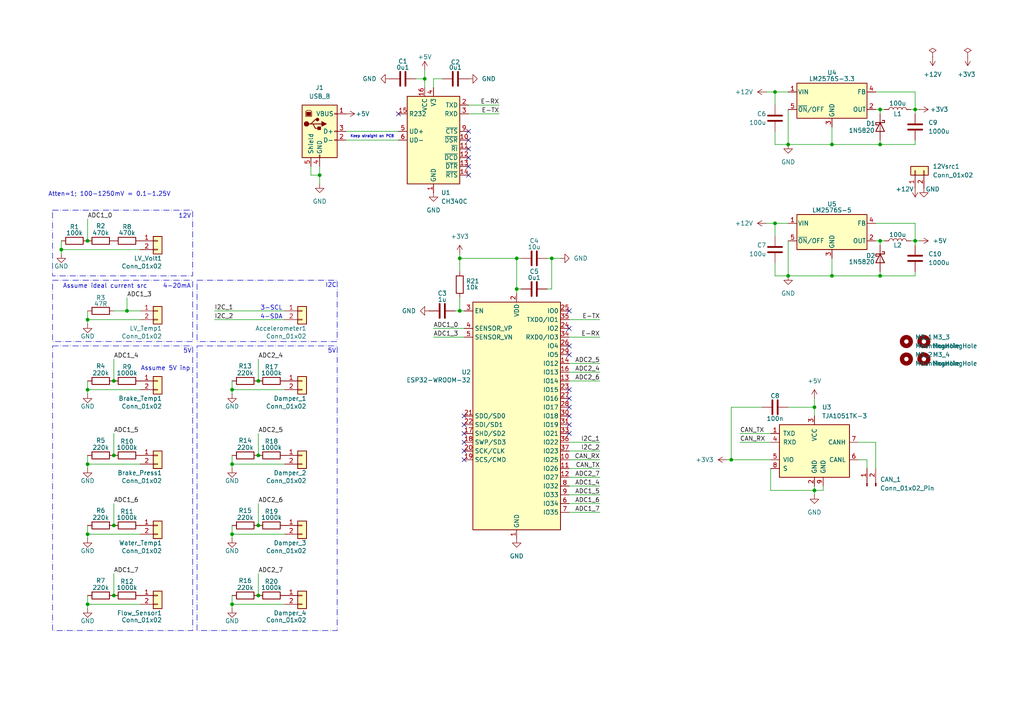
<source format=kicad_sch>
(kicad_sch (version 20231120) (generator "eeschema") (generator_version "8.0")
  (paper "A4")
  (title_block (title "FS-SensorBoard") (date "2025-02-15") (rev "1.0"))
  (lib_symbols
    (symbol "Connector:Conn_01x02_Pin" (pin_names (offset 1.016) hide)
      (property "Reference" "J" (at 0 2.54 0))
      (property "Value" "Conn_01x02_Pin" (at 0 -5.08 0))
      (symbol "Conn_01x02_Pin_1_1"
        (pin passive line (at 5.08 0 180) (length 3.81) (name "Pin_1") (number "1"))
        (pin passive line (at 5.08 -2.54 180) (length 3.81) (name "Pin_2") (number "2"))
      )
    )
    (symbol "Connector:USB_B" (pin_names (offset 1.016))
      (property "Reference" "J" (at -5.08 11.43 0))
      (property "Value" "USB_B" (at -5.08 8.89 0))
      (symbol "USB_B_1_1"
        (pin power_out line (at 7.62 5.08 180) (length 2.54) (name "VBUS") (number "1"))
        (pin bidirectional line (at 7.62 -2.54 180) (length 2.54) (name "D-") (number "2"))
        (pin bidirectional line (at 7.62 0 180) (length 2.54) (name "D+") (number "3"))
        (pin power_out line (at 0 -10.16 90) (length 2.54) (name "GND") (number "4"))
        (pin passive line (at -2.54 -10.16 90) (length 2.54) (name "Shield") (number "5"))
      )
    )
    (symbol "Connector_Generic:Conn_01x02" (pin_names (offset 1.016) hide)
      (property "Reference" "J" (at 0 2.54 0))
      (property "Value" "Conn_01x02" (at 0 -5.08 0))
      (symbol "Conn_01x02_1_1"
        (pin passive line (at -5.08 0 0) (length 3.81) (name "Pin_1") (number "1"))
        (pin passive line (at -5.08 -2.54 0) (length 3.81) (name "Pin_2") (number "2"))
      )
    )
    (symbol "Device:C" (pin_numbers hide) (pin_names (offset 0.254))
      (property "Reference" "C" (at 0.635 2.54 0))
      (property "Value" "C" (at 0.635 -2.54 0))
      (symbol "C_1_1"
        (pin passive line (at 0 3.81 270) (length 2.794) (name "~") (number "1"))
        (pin passive line (at 0 -3.81 90) (length 2.794) (name "~") (number "2"))
      )
    )
    (symbol "Device:L" (pin_numbers hide) (pin_names (offset 1.016) hide)
      (property "Reference" "L" (at -1.27 0 90))
      (property "Value" "L" (at 1.905 0 90))
      (symbol "L_1_1"
        (pin passive line (at 0 3.81 270) (length 1.27) (name "1") (number "1"))
        (pin passive line (at 0 -3.81 90) (length 1.27) (name "2") (number "2"))
      )
    )
    (symbol "Device:R" (pin_numbers hide) (pin_names (offset 0))
      (property "Reference" "R" (at 2.032 0 90))
      (property "Value" "R" (at 0 0 90))
      (symbol "R_1_1"
        (pin passive line (at 0 3.81 270) (length 1.27) (name "~") (number "1"))
        (pin passive line (at 0 -3.81 90) (length 1.27) (name "~") (number "2"))
      )
    )
    (symbol "Diode:1N5820" (pin_numbers hide) (pin_names (offset 1.016) hide)
      (property "Reference" "D" (at 0 2.54 0))
      (property "Value" "1N5820" (at 0 -2.54 0))
      (symbol "1N5820_1_1"
        (pin passive line (at -3.81 0 0) (length 2.54) (name "K") (number "1"))
        (pin passive line (at 3.81 0 180) (length 2.54) (name "A") (number "2"))
      )
    )
    (symbol "Interface_CAN_LIN:TJA1051TK-3" (pin_names (offset 1.016))
      (property "Reference" "U" (at -10.16 8.89 0))
      (property "Value" "TJA1051TK-3" (at 1.27 8.89 0))
      (symbol "TJA1051TK-3_1_1"
        (pin input line (at -12.7 5.08 0) (length 2.54) (name "TXD") (number "1"))
        (pin power_in line (at 0 -10.16 90) (length 2.54) (name "GND") (number "2"))
        (pin power_in line (at 0 10.16 270) (length 2.54) (name "VCC") (number "3"))
        (pin output line (at -12.7 2.54 0) (length 2.54) (name "RXD") (number "4"))
        (pin power_in line (at -12.7 -2.54 0) (length 2.54) (name "VIO") (number "5"))
        (pin bidirectional line (at 12.7 -2.54 180) (length 2.54) (name "CANL") (number "6"))
        (pin bidirectional line (at 12.7 2.54 180) (length 2.54) (name "CANH") (number "7"))
        (pin input line (at -12.7 -5.08 0) (length 2.54) (name "S") (number "8"))
        (pin power_in line (at 2.54 -10.16 90) (length 2.54) (name "GND") (number "9"))
      )
    )
    (symbol "Interface_USB:CH340C"
      (property "Reference" "U" (at -5.08 13.97 0))
      (property "Value" "CH340C" (at 1.27 13.97 0))
      (symbol "CH340C_1_1"
        (pin power_in line (at 0 -15.24 90) (length 2.54) (name "GND") (number "1"))
        (pin input line (at 10.16 0 180) (length 2.54) (name "~{DSR}") (number "10"))
        (pin input line (at 10.16 -2.54 180) (length 2.54) (name "~{RI}") (number "11"))
        (pin input line (at 10.16 -5.08 180) (length 2.54) (name "~{DCD}") (number "12"))
        (pin output line (at 10.16 -7.62 180) (length 2.54) (name "~{DTR}") (number "13"))
        (pin output line (at 10.16 -10.16 180) (length 2.54) (name "~{RTS}") (number "14"))
        (pin input line (at -10.16 7.62 0) (length 2.54) (name "R232") (number "15"))
        (pin power_in line (at -2.54 15.24 270) (length 2.54) (name "VCC") (number "16"))
        (pin output line (at 10.16 10.16 180) (length 2.54) (name "TXD") (number "2"))
        (pin input line (at 10.16 7.62 180) (length 2.54) (name "RXD") (number "3"))
        (pin power_out line (at 0 15.24 270) (length 2.54) (name "V3") (number "4"))
        (pin bidirectional line (at -10.16 2.54 0) (length 2.54) (name "UD+") (number "5"))
        (pin bidirectional line (at -10.16 0 0) (length 2.54) (name "UD-") (number "6"))
        (pin no_connect line (at -7.62 -5.08 0) (length 2.54) hide (name "NC") (number "7"))
        (pin no_connect line (at -7.62 -7.62 0) (length 2.54) hide (name "NC") (number "8"))
        (pin input line (at 10.16 2.54 180) (length 2.54) (name "~{CTS}") (number "9"))
      )
    )
    (symbol "Mechanical:MountingHole" (pin_names (offset 1.016)) (exclude_from_sim yes) (in_bom no)
      (property "Reference" "H" (at 0 5.08 0))
      (property "Value" "MountingHole" (at 0 3.175 0))
    )
    (symbol "RF_Module:ESP32-WROOM-32"
      (property "Reference" "U" (at -12.7 34.29 0))
      (property "Value" "ESP32-WROOM-32" (at 1.27 34.29 0))
      (symbol "ESP32-WROOM-32_1_1"
        (pin power_in line (at 0 -35.56 90) (length 2.54) (name "GND") (number "1"))
        (pin bidirectional line (at 15.24 -12.7 180) (length 2.54) (name "IO25") (number "10"))
        (pin bidirectional line (at 15.24 -15.24 180) (length 2.54) (name "IO26") (number "11"))
        (pin bidirectional line (at 15.24 -17.78 180) (length 2.54) (name "IO27") (number "12"))
        (pin bidirectional line (at 15.24 10.16 180) (length 2.54) (name "IO14") (number "13"))
        (pin bidirectional line (at 15.24 15.24 180) (length 2.54) (name "IO12") (number "14"))
        (pin passive line (at 0 -35.56 90) (length 2.54) hide (name "GND") (number "15"))
        (pin bidirectional line (at 15.24 12.7 180) (length 2.54) (name "IO13") (number "16"))
        (pin bidirectional line (at -15.24 -5.08 0) (length 2.54) (name "SHD/SD2") (number "17"))
        (pin bidirectional line (at -15.24 -7.62 0) (length 2.54) (name "SWP/SD3") (number "18"))
        (pin bidirectional line (at -15.24 -12.7 0) (length 2.54) (name "SCS/CMD") (number "19"))
        (pin power_in line (at 0 35.56 270) (length 2.54) (name "VDD") (number "2"))
        (pin bidirectional line (at -15.24 -10.16 0) (length 2.54) (name "SCK/CLK") (number "20"))
        (pin bidirectional line (at -15.24 0 0) (length 2.54) (name "SDO/SD0") (number "21"))
        (pin bidirectional line (at -15.24 -2.54 0) (length 2.54) (name "SDI/SD1") (number "22"))
        (pin bidirectional line (at 15.24 7.62 180) (length 2.54) (name "IO15") (number "23"))
        (pin bidirectional line (at 15.24 25.4 180) (length 2.54) (name "IO2") (number "24"))
        (pin bidirectional line (at 15.24 30.48 180) (length 2.54) (name "IO0") (number "25"))
        (pin bidirectional line (at 15.24 20.32 180) (length 2.54) (name "IO4") (number "26"))
        (pin bidirectional line (at 15.24 5.08 180) (length 2.54) (name "IO16") (number "27"))
        (pin bidirectional line (at 15.24 2.54 180) (length 2.54) (name "IO17") (number "28"))
        (pin bidirectional line (at 15.24 17.78 180) (length 2.54) (name "IO5") (number "29"))
        (pin input line (at -15.24 30.48 0) (length 2.54) (name "EN") (number "3"))
        (pin bidirectional line (at 15.24 0 180) (length 2.54) (name "IO18") (number "30"))
        (pin bidirectional line (at 15.24 -2.54 180) (length 2.54) (name "IO19") (number "31"))
        (pin no_connect line (at -12.7 -27.94 0) (length 2.54) hide (name "NC") (number "32"))
        (pin bidirectional line (at 15.24 -5.08 180) (length 2.54) (name "IO21") (number "33"))
        (pin bidirectional line (at 15.24 22.86 180) (length 2.54) (name "RXD0/IO3") (number "34"))
        (pin bidirectional line (at 15.24 27.94 180) (length 2.54) (name "TXD0/IO1") (number "35"))
        (pin bidirectional line (at 15.24 -7.62 180) (length 2.54) (name "IO22") (number "36"))
        (pin bidirectional line (at 15.24 -10.16 180) (length 2.54) (name "IO23") (number "37"))
        (pin passive line (at 0 -35.56 90) (length 2.54) hide (name "GND") (number "38"))
        (pin passive line (at 0 -35.56 90) (length 2.54) hide (name "GND") (number "39"))
        (pin input line (at -15.24 25.4 0) (length 2.54) (name "SENSOR_VP") (number "4"))
        (pin input line (at -15.24 22.86 0) (length 2.54) (name "SENSOR_VN") (number "5"))
        (pin input line (at 15.24 -25.4 180) (length 2.54) (name "IO34") (number "6"))
        (pin input line (at 15.24 -27.94 180) (length 2.54) (name "IO35") (number "7"))
        (pin bidirectional line (at 15.24 -20.32 180) (length 2.54) (name "IO32") (number "8"))
        (pin bidirectional line (at 15.24 -22.86 180) (length 2.54) (name "IO33") (number "9"))
      )
    )
    (symbol "Regulator_Switching:LM2576S-3.3" (pin_names (offset 0.254))
      (property "Reference" "U" (at -10.16 6.35 0))
      (property "Value" "LM2576S-3.3" (at 0 6.35 0))
      (symbol "LM2576S-3.3_1_1"
        (pin power_in line (at -12.7 2.54 0) (length 2.54) (name "VIN") (number "1"))
        (pin output line (at 12.7 -2.54 180) (length 2.54) (name "OUT") (number "2"))
        (pin power_in line (at 0 -7.62 90) (length 2.54) (name "GND") (number "3"))
        (pin input line (at 12.7 2.54 180) (length 2.54) (name "FB") (number "4"))
        (pin input line (at -12.7 -2.54 0) (length 2.54) (name "~{ON}/OFF") (number "5"))
      )
    )
    (symbol "Regulator_Switching:LM2576S-5" (pin_names (offset 0.254))
      (property "Reference" "U" (at -10.16 6.35 0))
      (property "Value" "LM2576S-5" (at 0 6.35 0))
      (symbol "LM2576S-5_1_1"
        (pin power_in line (at -12.7 2.54 0) (length 2.54) (name "VIN") (number "1"))
        (pin output line (at 12.7 -2.54 180) (length 2.54) (name "OUT") (number "2"))
        (pin power_in line (at 0 -7.62 90) (length 2.54) (name "GND") (number "3"))
        (pin input line (at 12.7 2.54 180) (length 2.54) (name "FB") (number "4"))
        (pin input line (at -12.7 -2.54 0) (length 2.54) (name "~{ON}/OFF") (number "5"))
      )
    )
    (symbol "power:+12V" (power) (pin_numbers hide) (pin_names (offset 0) hide)
      (property "Value" "+12V" (at 0 3.556 0))
      (symbol "+12V_1_1"
        (pin power_in line (at 0 0 90) (length 0) (name "~") (number "1"))
      )
    )
    (symbol "power:+3V3" (power) (pin_numbers hide) (pin_names (offset 0) hide)
      (property "Value" "+3V3" (at 0 3.556 0))
      (symbol "+3V3_1_1"
        (pin power_in line (at 0 0 90) (length 0) (name "~") (number "1"))
      )
    )
    (symbol "power:+5V" (power) (pin_numbers hide) (pin_names (offset 0) hide)
      (property "Value" "+5V" (at 0 3.556 0))
      (symbol "+5V_1_1"
        (pin power_in line (at 0 0 90) (length 0) (name "~") (number "1"))
      )
    )
    (symbol "power:GND" (power) (pin_numbers hide) (pin_names (offset 0) hide)
      (property "Value" "GND" (at 0 -3.81 0))
      (symbol "GND_1_1"
        (pin power_in line (at 0 0 270) (length 0) (name "~") (number "1"))
      )
    )
    (symbol "power:PWR_FLAG" (power) (pin_numbers hide) (pin_names (offset 0) hide)
      (property "Value" "PWR_FLAG" (at 0 3.81 0))
      (symbol "PWR_FLAG_0_0"
        (pin power_out line (at 0 0 90) (length 0) (name "~") (number "1"))
      )
    )
  )
  (junction (at 36.83 90.17))
  (junction (at 241.3 80.01))
  (junction (at 149.86 83.82))
  (junction (at 160.02 74.93))
  (junction (at 33.02 152.4))
  (junction (at 212.09 133.35))
  (junction (at 255.27 69.85))
  (junction (at 67.31 175.26))
  (junction (at 25.4 175.26))
  (junction (at 133.35 74.93))
  (junction (at 74.93 132.08))
  (junction (at 25.4 113.03))
  (junction (at 224.79 26.67))
  (junction (at 241.3 41.91))
  (junction (at 33.02 172.72))
  (junction (at 149.86 74.93))
  (junction (at 74.93 110.49))
  (junction (at 265.43 69.85))
  (junction (at 236.22 118.11))
  (junction (at 255.27 41.91))
  (junction (at 25.4 154.94))
  (junction (at 74.93 172.72))
  (junction (at 255.27 31.75))
  (junction (at 228.6 41.91))
  (junction (at 25.4 69.85))
  (junction (at 33.02 132.08))
  (junction (at 33.02 110.49))
  (junction (at 133.35 90.17))
  (junction (at 67.31 134.62))
  (junction (at 123.19 22.86))
  (junction (at 25.4 92.71))
  (junction (at 67.31 113.03))
  (junction (at 67.31 154.94))
  (junction (at 17.78 72.39))
  (junction (at 236.22 142.24))
  (junction (at 224.79 64.77))
  (junction (at 25.4 134.62))
  (junction (at 265.43 31.75))
  (junction (at 74.93 152.4))
  (junction (at 228.6 80.01))
  (junction (at 92.71 50.8))
  (junction (at 255.27 80.01))
  (no_connect (at 134.62 128.27))
  (no_connect (at 165.1 113.03))
  (no_connect (at 165.1 120.65))
  (no_connect (at 135.89 38.1))
  (no_connect (at 135.89 50.8))
  (no_connect (at 165.1 118.11))
  (no_connect (at 165.1 102.87))
  (no_connect (at 165.1 100.33))
  (no_connect (at 135.89 48.26))
  (no_connect (at 135.89 40.64))
  (no_connect (at 135.89 45.72))
  (no_connect (at 135.89 43.18))
  (no_connect (at 134.62 120.65))
  (no_connect (at 165.1 115.57))
  (no_connect (at 134.62 133.35))
  (no_connect (at 134.62 125.73))
  (no_connect (at 165.1 125.73))
  (no_connect (at 134.62 123.19))
  (no_connect (at 165.1 90.17))
  (no_connect (at 134.62 130.81))
  (no_connect (at 165.1 95.25))
  (no_connect (at 115.57 33.02))
  (no_connect (at 165.1 123.19))
  (wire (pts (xy 67.31 176.53) (xy 67.31 175.26)))
  (wire (pts (xy 165.1 92.71) (xy 173.99 92.71)))
  (wire (pts (xy 67.31 132.08) (xy 67.31 134.62)))
  (wire (pts (xy 173.99 107.95) (xy 165.1 107.95)))
  (wire (pts (xy 214.63 125.73) (xy 223.52 125.73)))
  (wire (pts (xy 151.13 83.82) (xy 149.86 83.82)))
  (wire (pts (xy 25.4 176.53) (xy 25.4 175.26)))
  (wire (pts (xy 173.99 105.41) (xy 165.1 105.41)))
  (wire (pts (xy 241.3 80.01) (xy 255.27 80.01)))
  (wire (pts (xy 224.79 64.77) (xy 228.6 64.77)))
  (wire (pts (xy 256.54 31.75) (xy 255.27 31.75)))
  (wire (pts (xy 67.31 156.21) (xy 67.31 154.94)))
  (wire (pts (xy 74.93 146.05) (xy 74.93 152.4)))
  (wire (pts (xy 67.31 135.89) (xy 67.31 134.62)))
  (wire (pts (xy 123.19 22.86) (xy 123.19 25.4)))
  (wire (pts (xy 160.02 74.93) (xy 160.02 83.82)))
  (wire (pts (xy 224.79 76.2) (xy 224.79 80.01)))
  (wire (pts (xy 67.31 175.26) (xy 82.55 175.26)))
  (wire (pts (xy 74.93 166.37) (xy 74.93 172.72)))
  (wire (pts (xy 33.02 104.14) (xy 33.02 110.49)))
  (wire (pts (xy 255.27 33.02) (xy 255.27 31.75)))
  (wire (pts (xy 165.1 128.27) (xy 173.99 128.27)))
  (wire (pts (xy 33.02 146.05) (xy 33.02 152.4)))
  (wire (pts (xy 25.4 110.49) (xy 25.4 113.03)))
  (wire (pts (xy 25.4 113.03) (xy 40.64 113.03)))
  (wire (pts (xy 255.27 41.91) (xy 255.27 40.64)))
  (wire (pts (xy 67.31 152.4) (xy 67.31 154.94)))
  (wire (pts (xy 173.99 146.05) (xy 165.1 146.05)))
  (wire (pts (xy 254 135.89) (xy 254 128.27)))
  (wire (pts (xy 265.43 33.02) (xy 265.43 31.75)))
  (wire (pts (xy 255.27 31.75) (xy 254 31.75)))
  (wire (pts (xy 162.56 74.93) (xy 160.02 74.93)))
  (wire (pts (xy 264.16 69.85) (xy 265.43 69.85)))
  (wire (pts (xy 238.76 142.24) (xy 238.76 140.97)))
  (wire (pts (xy 173.99 110.49) (xy 165.1 110.49)))
  (wire (pts (xy 90.17 50.8) (xy 90.17 48.26)))
  (wire (pts (xy 67.31 154.94) (xy 82.55 154.94)))
  (wire (pts (xy 254 26.67) (xy 265.43 26.67)))
  (wire (pts (xy 236.22 142.24) (xy 236.22 140.97)))
  (wire (pts (xy 222.25 26.67) (xy 224.79 26.67)))
  (wire (pts (xy 25.4 90.17) (xy 25.4 92.71)))
  (wire (pts (xy 241.3 36.83) (xy 241.3 41.91)))
  (wire (pts (xy 265.43 40.64) (xy 265.43 41.91)))
  (wire (pts (xy 33.02 125.73) (xy 33.02 132.08)))
  (wire (pts (xy 255.27 80.01) (xy 265.43 80.01)))
  (wire (pts (xy 67.31 113.03) (xy 67.31 114.3)))
  (wire (pts (xy 173.99 133.35) (xy 165.1 133.35)))
  (wire (pts (xy 151.13 74.93) (xy 149.86 74.93)))
  (wire (pts (xy 228.6 69.85) (xy 228.6 80.01)))
  (wire (pts (xy 135.89 33.02) (xy 144.78 33.02)))
  (wire (pts (xy 160.02 83.82) (xy 158.75 83.82)))
  (wire (pts (xy 265.43 78.74) (xy 265.43 80.01)))
  (wire (pts (xy 17.78 69.85) (xy 17.78 72.39)))
  (wire (pts (xy 255.27 71.12) (xy 255.27 69.85)))
  (wire (pts (xy 125.73 95.25) (xy 134.62 95.25)))
  (wire (pts (xy 173.99 148.59) (xy 165.1 148.59)))
  (wire (pts (xy 265.43 64.77) (xy 265.43 69.85)))
  (wire (pts (xy 25.4 132.08) (xy 25.4 134.62)))
  (wire (pts (xy 248.92 128.27) (xy 254 128.27)))
  (wire (pts (xy 100.33 38.1) (xy 115.57 38.1)))
  (wire (pts (xy 33.02 90.17) (xy 36.83 90.17)))
  (wire (pts (xy 74.93 125.73) (xy 74.93 132.08)))
  (wire (pts (xy 149.86 74.93) (xy 149.86 83.82)))
  (wire (pts (xy 228.6 31.75) (xy 228.6 41.91)))
  (wire (pts (xy 125.73 97.79) (xy 134.62 97.79)))
  (wire (pts (xy 214.63 128.27) (xy 223.52 128.27)))
  (wire (pts (xy 133.35 78.74) (xy 133.35 74.93)))
  (wire (pts (xy 236.22 118.11) (xy 236.22 120.65)))
  (wire (pts (xy 224.79 26.67) (xy 228.6 26.67)))
  (wire (pts (xy 223.52 135.89) (xy 223.52 142.24)))
  (wire (pts (xy 100.33 40.64) (xy 115.57 40.64)))
  (wire (pts (xy 74.93 104.14) (xy 74.93 110.49)))
  (wire (pts (xy 133.35 86.36) (xy 133.35 90.17)))
  (wire (pts (xy 92.71 50.8) (xy 92.71 48.26)))
  (wire (pts (xy 62.23 90.17) (xy 82.55 90.17)))
  (wire (pts (xy 135.89 30.48) (xy 144.78 30.48)))
  (wire (pts (xy 36.83 86.36) (xy 36.83 90.17)))
  (wire (pts (xy 212.09 133.35) (xy 212.09 118.11)))
  (wire (pts (xy 25.4 113.03) (xy 25.4 114.3)))
  (wire (pts (xy 33.02 166.37) (xy 33.02 172.72)))
  (wire (pts (xy 251.46 135.89) (xy 251.46 133.35)))
  (wire (pts (xy 67.31 110.49) (xy 67.31 113.03)))
  (wire (pts (xy 17.78 72.39) (xy 40.64 72.39)))
  (wire (pts (xy 212.09 133.35) (xy 223.52 133.35)))
  (wire (pts (xy 17.78 73.66) (xy 17.78 72.39)))
  (wire (pts (xy 125.73 22.86) (xy 125.73 25.4)))
  (wire (pts (xy 25.4 156.21) (xy 25.4 154.94)))
  (wire (pts (xy 228.6 118.11) (xy 236.22 118.11)))
  (wire (pts (xy 236.22 142.24) (xy 238.76 142.24)))
  (wire (pts (xy 255.27 69.85) (xy 254 69.85)))
  (wire (pts (xy 165.1 130.81) (xy 173.99 130.81)))
  (wire (pts (xy 236.22 143.51) (xy 236.22 142.24)))
  (wire (pts (xy 210.82 133.35) (xy 212.09 133.35)))
  (wire (pts (xy 224.79 41.91) (xy 228.6 41.91)))
  (wire (pts (xy 125.73 22.86) (xy 128.27 22.86)))
  (wire (pts (xy 90.17 50.8) (xy 92.71 50.8)))
  (wire (pts (xy 25.4 172.72) (xy 25.4 175.26)))
  (wire (pts (xy 120.65 22.86) (xy 123.19 22.86)))
  (wire (pts (xy 228.6 80.01) (xy 241.3 80.01)))
  (wire (pts (xy 165.1 97.79) (xy 173.99 97.79)))
  (wire (pts (xy 25.4 135.89) (xy 25.4 134.62)))
  (wire (pts (xy 173.99 135.89) (xy 165.1 135.89)))
  (wire (pts (xy 25.4 134.62) (xy 40.64 134.62)))
  (wire (pts (xy 224.79 68.58) (xy 224.79 64.77)))
  (wire (pts (xy 266.7 69.85) (xy 265.43 69.85)))
  (wire (pts (xy 132.08 90.17) (xy 133.35 90.17)))
  (wire (pts (xy 266.7 31.75) (xy 265.43 31.75)))
  (wire (pts (xy 255.27 80.01) (xy 255.27 78.74)))
  (wire (pts (xy 224.79 80.01) (xy 228.6 80.01)))
  (wire (pts (xy 133.35 74.93) (xy 133.35 73.66)))
  (wire (pts (xy 36.83 90.17) (xy 40.64 90.17)))
  (wire (pts (xy 265.43 26.67) (xy 265.43 31.75)))
  (wire (pts (xy 133.35 74.93) (xy 149.86 74.93)))
  (wire (pts (xy 254 64.77) (xy 265.43 64.77)))
  (wire (pts (xy 67.31 113.03) (xy 82.55 113.03)))
  (wire (pts (xy 173.99 143.51) (xy 165.1 143.51)))
  (wire (pts (xy 133.35 90.17) (xy 134.62 90.17)))
  (wire (pts (xy 264.16 31.75) (xy 265.43 31.75)))
  (wire (pts (xy 67.31 172.72) (xy 67.31 175.26)))
  (wire (pts (xy 256.54 69.85) (xy 255.27 69.85)))
  (wire (pts (xy 223.52 142.24) (xy 236.22 142.24)))
  (wire (pts (xy 224.79 38.1) (xy 224.79 41.91)))
  (wire (pts (xy 255.27 41.91) (xy 265.43 41.91)))
  (wire (pts (xy 251.46 133.35) (xy 248.92 133.35)))
  (wire (pts (xy 25.4 93.98) (xy 25.4 92.71)))
  (wire (pts (xy 160.02 74.93) (xy 158.75 74.93)))
  (wire (pts (xy 25.4 63.5) (xy 25.4 69.85)))
  (wire (pts (xy 173.99 138.43) (xy 165.1 138.43)))
  (wire (pts (xy 67.31 134.62) (xy 82.55 134.62)))
  (wire (pts (xy 265.43 71.12) (xy 265.43 69.85)))
  (wire (pts (xy 25.4 154.94) (xy 40.64 154.94)))
  (wire (pts (xy 222.25 64.77) (xy 224.79 64.77)))
  (wire (pts (xy 25.4 92.71) (xy 40.64 92.71)))
  (wire (pts (xy 149.86 83.82) (xy 149.86 85.09)))
  (wire (pts (xy 241.3 74.93) (xy 241.3 80.01)))
  (wire (pts (xy 228.6 41.91) (xy 241.3 41.91)))
  (wire (pts (xy 241.3 41.91) (xy 255.27 41.91)))
  (wire (pts (xy 25.4 175.26) (xy 40.64 175.26)))
  (wire (pts (xy 212.09 118.11) (xy 220.98 118.11)))
  (wire (pts (xy 92.71 53.34) (xy 92.71 50.8)))
  (wire (pts (xy 123.19 20.32) (xy 123.19 22.86)))
  (wire (pts (xy 25.4 152.4) (xy 25.4 154.94)))
  (wire (pts (xy 236.22 115.57) (xy 236.22 118.11)))
  (wire (pts (xy 165.1 140.97) (xy 173.99 140.97)))
  (wire (pts (xy 62.23 92.71) (xy 82.55 92.71)))
  (wire (pts (xy 224.79 30.48) (xy 224.79 26.67)))
  (rectangle (start 57.15 81.28) (end 97.79 99.06) (stroke (width 0) (type dash_dot)))
  (rectangle (start 15.24 100.33) (end 55.88 182.88) (stroke (width 0) (type dash_dot)))
  (rectangle (start 15.24 60.96) (end 55.88 80.01) (stroke (width 0) (type dash_dot)))
  (rectangle (start 15.24 81.28) (end 55.88 99.06) (stroke (width 0) (type dash_dot)))
  (rectangle (start 57.15 100.33) (end 97.79 182.88) (stroke (width 0) (type dash_dot)))
  (text "4-20mA" (at 51.308 83.058 0) (effects (font (size 1.27 1.27))))
  (text "Keep straight on PCB\n" (at 107.95 39.624 0) (effects (font (size 0.762 0.762))))
  (text "Assume ideal current src" (at 30.48 83.058 0) (effects (font (size 1.27 1.27))))
  (text "Assume 5V inp" (at 48.006 106.934 0) (effects (font (size 1.27 1.27))))
  (text "12V" (at 53.594 62.738 0) (effects (font (size 1.27 1.27))))
  (text "3-SCL" (at 78.74 89.408 0) (effects (font (size 1.27 1.27))))
  (text "5V" (at 54.356 101.854 0) (effects (font (size 1.27 1.27))))
  (text "4-SDA" (at 78.74 91.948 0) (effects (font (size 1.27 1.27))))
  (text "5V" (at 96.266 101.854 0) (effects (font (size 1.27 1.27))))
  (text "Atten=1; 100-1250mV = 0.1-1.25V" (at 31.75 56.388 0) (effects (font (size 1.27 1.27))))
  (text "I2C" (at 96.012 82.804 0) (effects (font (size 1.27 1.27))))
  (label "I2C_1" (at 173.99 128.27 180))
  (label "ADC1_6" (at 173.99 146.05 180))
  (label "E-TX" (at 173.99 92.71 180))
  (label "E-RX" (at 144.78 30.48 180))
  (label "CAN_RX" (at 214.63 128.27 0))
  (label "ADC2_7" (at 74.93 166.37 0))
  (label "ADC1_4" (at 173.99 140.97 180))
  (label "ADC2_4" (at 173.99 107.95 180))
  (label "CAN_RX" (at 173.99 133.35 180))
  (label "I2C_2" (at 62.23 92.71 0))
  (label "ADC1_7" (at 173.99 148.59 180))
  (label "ADC1_4" (at 33.02 104.14 0))
  (label "ADC2_6" (at 173.99 110.49 180))
  (label "ADC2_5" (at 74.93 125.73 0))
  (label "ADC1_5" (at 33.02 125.73 0))
  (label "E-RX" (at 173.99 97.79 180))
  (label "E-TX" (at 144.78 33.02 180))
  (label "ADC1_7" (at 33.02 166.37 0))
  (label "ADC2_7" (at 173.99 138.43 180))
  (label "ADC1_3" (at 125.73 97.79 0))
  (label "ADC1_0" (at 25.4 63.5 0))
  (label "ADC2_4" (at 74.93 104.14 0))
  (label "ADC2_6" (at 74.93 146.05 0))
  (label "CAN_TX" (at 214.63 125.73 0))
  (label "I2C_2" (at 173.99 130.81 180))
  (label "ADC1_5" (at 173.99 143.51 180))
  (label "I2C_1" (at 62.23 90.17 0))
  (label "ADC1_3" (at 36.83 86.36 0))
  (label "ADC1_0" (at 125.73 95.25 0))
  (label "ADC2_5" (at 173.99 105.41 180))
  (label "CAN_TX" (at 173.99 135.89 180))
  (label "ADC1_6" (at 33.02 146.05 0))
  (symbol (lib_id "power:PWR_FLAG") (at 280.67 16.51 0) (unit 1)
    (property "Reference" "#FLG02" (effects (hide yes)))
    (property "Value" "PWR_FLAG" (effects (hide yes)))
    (property "Description" "Special symbol for telling ERC where power comes from" (effects (hide yes)))
  )
  (symbol (lib_id "Regulator_Switching:LM2576S-5") (at 241.3 67.31 0) (unit 1)
    (property "Reference" "U5" (at 241.3 59.182 0))
    (property "Value" "LM2576S-5" (at 241.3 60.96 0))
    (property "Footprint" "Package_TO_SOT_SMD:TO-263-5_TabPin3" (effects (hide yes)))
    (property "Datasheet" "http://www.ti.com/lit/ds/symlink/lm2576.pdf" (effects (hide yes)))
    (property "Description" "5V, 3A SIMPLE SWITCHER® Step-Down Voltage Regulator, TO-263" (effects (hide yes)))
  )
  (symbol (lib_id "power:GND") (at 162.56 74.93 90) (unit 1)
    (property "Reference" "#PWR020" (effects (hide yes)))
    (property "Value" "GND" (at 166.37 74.9299 90) (effects (justify right)))
    (property "Description" "Power symbol creates a global label with name \"GND\" , ground" (effects (hide yes)))
  )
  (symbol (lib_id "Connector_Generic:Conn_01x02") (at 45.72 172.72 0) (unit 1)
    (property "Reference" "Flow_Sensor1" (at 46.9901 177.8 0) (effects (justify right)))
    (property "Value" "Conn_01x02" (at 46.99 179.832 0) (effects (justify right)))
    (property "Footprint" "Connector_JST:JST_XH_B2B-XH-A_1x02_P2.50mm_Vertical" (effects (hide yes)))
    (property "Description" "Generic connector, single row, 01x02, script generated (kicad-library-utils/schlib/autogen/connector/)" (effects (hide yes)))
  )
  (symbol (lib_id "Device:C") (at 128.27 90.17 90) (unit 1)
    (property "Reference" "C3" (at 128.27 85.09 90))
    (property "Value" "1u" (at 128.27 86.868 90))
    (property "Footprint" "Capacitor_SMD:C_1206_3216Metric_Pad1.33x1.80mm_HandSolder" (effects (hide yes)))
    (property "Description" "Unpolarized capacitor" (effects (hide yes)))
  )
  (symbol (lib_id "Diode:1N5820") (at 255.27 74.93 270) (unit 1)
    (property "Reference" "D2" (at 251.206 74.168 90) (effects (justify left)))
    (property "Value" "1N5820" (at 246.126 75.946 90) (effects (justify left)))
    (property "Footprint" "Diode_THT:D_DO-201AD_P15.24mm_Horizontal" (effects (hide yes)))
    (property "Datasheet" "http://www.vishay.com/docs/88526/1n5820.pdf" (effects (hide yes)))
    (property "Description" "20V 3A Schottky Barrier Rectifier Diode, DO-201AD" (effects (hide yes)))
  )
  (symbol (lib_id "RF_Module:ESP32-WROOM-32") (at 149.86 120.65 0) (unit 1)
    (property "Reference" "U2" (at 133.858 107.95 0) (effects (justify left)))
    (property "Value" "ESP32-WROOM-32" (at 117.856 110.236 0) (effects (justify left)))
    (property "Footprint" "RF_Module:ESP32-WROOM-32" (effects (hide yes)))
    (property "Datasheet" "https://www.espressif.com/sites/default/files/documentation/esp32-wroom-32_datasheet_en.pdf" (effects (hide yes)))
    (property "Description" "RF Module, ESP32-D0WDQ6 SoC, Wi-Fi 802.11b/g/n, Bluetooth, BLE, 32-bit, 2.7-3.6V, onboard antenna, SMD" (effects (hide yes)))
  )
  (symbol (lib_id "Connector_Generic:Conn_01x02") (at 45.72 69.85 0) (unit 1)
    (property "Reference" "LV_Volt1" (at 46.9901 74.93 0) (effects (justify right)))
    (property "Value" "Conn_01x02" (at 46.99 77.216 0) (effects (justify right)))
    (property "Footprint" "Connector_JST:JST_XH_B2B-XH-A_1x02_P2.50mm_Vertical" (effects (hide yes)))
    (property "Description" "Generic connector, single row, 01x02, script generated (kicad-library-utils/schlib/autogen/connector/)" (effects (hide yes)))
  )
  (symbol (lib_id "Device:L") (at 260.35 69.85 90) (unit 1)
    (property "Reference" "L2" (at 260.35 71.12 90))
    (property "Value" "100u" (at 260.35 68.072 90))
    (property "Footprint" "Inductor_SMD:L_1206_3216Metric_Pad1.22x1.90mm_HandSolder" (effects (hide yes)))
    (property "Description" "Inductor" (effects (hide yes)))
  )
  (symbol (lib_id "Connector_Generic:Conn_01x02") (at 45.72 132.08 0) (unit 1)
    (property "Reference" "Brake_Press1" (at 46.9901 137.16 0) (effects (justify right)))
    (property "Value" "Conn_01x02" (at 46.99 139.446 0) (effects (justify right)))
    (property "Footprint" "Connector_JST:JST_XH_B2B-XH-A_1x02_P2.50mm_Vertical" (effects (hide yes)))
    (property "Description" "Generic connector, single row, 01x02, script generated (kicad-library-utils/schlib/autogen/connector/)" (effects (hide yes)))
  )
  (symbol (lib_id "power:PWR_FLAG") (at 270.51 16.51 0) (unit 1)
    (property "Reference" "#FLG01" (effects (hide yes)))
    (property "Value" "PWR_FLAG" (effects (hide yes)))
    (property "Description" "Special symbol for telling ERC where power comes from" (effects (hide yes)))
  )
  (symbol (lib_id "power:GND") (at 149.86 156.21 0) (unit 1)
    (property "Reference" "#PWR019" (effects (hide yes)))
    (property "Value" "GND" (at 149.86 161.29 0))
    (property "Description" "Power symbol creates a global label with name \"GND\" , ground" (effects (hide yes)))
  )
  (symbol (lib_id "power:+12V") (at 222.25 26.67 90) (unit 1)
    (property "Reference" "#PWR022" (effects (hide yes)))
    (property "Value" "+12V" (at 218.44 26.6699 90) (effects (justify left)))
    (property "Description" "Power symbol creates a global label with name \"+12V\"" (effects (hide yes)))
  )
  (symbol (lib_id "Connector_Generic:Conn_01x02") (at 45.72 90.17 0) (unit 1)
    (property "Reference" "LV_Temp1" (at 46.9901 95.25 0) (effects (justify right)))
    (property "Value" "Conn_01x02" (at 46.99 97.536 0) (effects (justify right)))
    (property "Footprint" "Connector_JST:JST_XH_B2B-XH-A_1x02_P2.50mm_Vertical" (effects (hide yes)))
    (property "Description" "Generic connector, single row, 01x02, script generated (kicad-library-utils/schlib/autogen/connector/)" (effects (hide yes)))
  )
  (symbol (lib_id "power:+12V") (at 222.25 64.77 90) (unit 1)
    (property "Reference" "#PWR023" (effects (hide yes)))
    (property "Value" "+12V" (at 218.44 64.7699 90) (effects (justify left)))
    (property "Description" "Power symbol creates a global label with name \"+12V\"" (effects (hide yes)))
  )
  (symbol (lib_id "power:GND") (at 25.4 135.89 0) (unit 1)
    (property "Reference" "#PWR04" (effects (hide yes)))
    (property "Value" "GND" (at 25.4 139.446 0))
    (property "Description" "Power symbol creates a global label with name \"GND\" , ground" (effects (hide yes)))
  )
  (symbol (lib_id "Device:C") (at 154.94 74.93 90) (unit 1)
    (property "Reference" "C4" (at 154.94 69.85 90))
    (property "Value" "10u" (at 154.94 71.628 90))
    (property "Footprint" "Capacitor_SMD:C_1206_3216Metric_Pad1.33x1.80mm_HandSolder" (effects (hide yes)))
    (property "Description" "Unpolarized capacitor" (effects (hide yes)))
  )
  (symbol (lib_id "power:GND") (at 25.4 156.21 0) (unit 1)
    (property "Reference" "#PWR05" (effects (hide yes)))
    (property "Value" "GND" (at 25.4 159.766 0))
    (property "Description" "Power symbol creates a global label with name \"GND\" , ground" (effects (hide yes)))
  )
  (symbol (lib_id "power:GND") (at 228.6 41.91 0) (unit 1)
    (property "Reference" "#PWR024" (effects (hide yes)))
    (property "Value" "GND" (at 228.6 46.99 0))
    (property "Description" "Power symbol creates a global label with name \"GND\" , ground" (effects (hide yes)))
  )
  (symbol (lib_id "Device:R") (at 36.83 152.4 270) (unit 1)
    (property "Reference" "R11" (at 36.83 148.336 90))
    (property "Value" "1000k" (at 36.83 150.114 90))
    (property "Footprint" "Resistor_SMD:R_1206_3216Metric_Pad1.30x1.75mm_HandSolder" (effects (hide yes)))
    (property "Description" "Resistor" (effects (hide yes)))
  )
  (symbol (lib_id "power:+3V3") (at 280.67 16.51 180) (unit 1)
    (property "Reference" "#PWR033" (effects (hide yes)))
    (property "Value" "+3V3" (at 282.956 21.59 0) (effects (justify left)))
    (property "Description" "Power symbol creates a global label with name \"+3V3\"" (effects (hide yes)))
  )
  (symbol (lib_id "Device:R") (at 71.12 132.08 270) (unit 1)
    (property "Reference" "R14" (at 71.12 127.762 90))
    (property "Value" "220k" (at 71.12 129.794 90))
    (property "Footprint" "Resistor_SMD:R_1206_3216Metric_Pad1.30x1.75mm_HandSolder" (effects (hide yes)))
    (property "Description" "Resistor" (effects (hide yes)))
  )
  (symbol (lib_id "Interface_USB:CH340C") (at 125.73 40.64 0) (unit 1)
    (property "Reference" "U1" (at 127.9241 55.88 0) (effects (justify left)))
    (property "Value" "CH340C" (at 127.9241 58.42 0) (effects (justify left)))
    (property "Footprint" "Package_SO:SOIC-16_3.9x9.9mm_P1.27mm" (effects (hide yes)))
    (property "Datasheet" "https://datasheet.lcsc.com/szlcsc/Jiangsu-Qin-Heng-CH340C_C84681.pdf" (effects (hide yes)))
    (property "Description" "USB serial converter, crystal-less, UART, SOIC-16" (effects (hide yes)))
  )
  (symbol (lib_id "Device:R") (at 71.12 152.4 270) (unit 1)
    (property "Reference" "R15" (at 71.12 148.082 90))
    (property "Value" "220k" (at 71.12 150.114 90))
    (property "Footprint" "Resistor_SMD:R_1206_3216Metric_Pad1.30x1.75mm_HandSolder" (effects (hide yes)))
    (property "Description" "Resistor" (effects (hide yes)))
  )
  (symbol (lib_id "Device:R") (at 71.12 110.49 270) (unit 1)
    (property "Reference" "R13" (at 71.12 106.172 90))
    (property "Value" "220k" (at 71.12 108.204 90))
    (property "Footprint" "Resistor_SMD:R_1206_3216Metric_Pad1.30x1.75mm_HandSolder" (effects (hide yes)))
    (property "Description" "Resistor" (effects (hide yes)))
  )
  (symbol (lib_id "Regulator_Switching:LM2576S-3.3") (at 241.3 29.21 0) (unit 1)
    (property "Reference" "U4" (at 241.3 21.082 0))
    (property "Value" "LM2576S-3.3" (at 241.3 22.86 0))
    (property "Footprint" "Package_TO_SOT_SMD:TO-263-5_TabPin3" (effects (hide yes)))
    (property "Datasheet" "http://www.ti.com/lit/ds/symlink/lm2576.pdf" (effects (hide yes)))
    (property "Description" "3.3V, 3A SIMPLE SWITCHER® Step-Down Voltage Regulator, TO-263" (effects (hide yes)))
  )
  (symbol (lib_id "Device:R") (at 133.35 82.55 0) (unit 1)
    (property "Reference" "R21" (at 135.128 81.534 0) (effects (justify left)))
    (property "Value" "10k" (at 135.128 83.312 0) (effects (justify left)))
    (property "Footprint" "Resistor_SMD:R_1206_3216Metric_Pad1.30x1.75mm_HandSolder" (effects (hide yes)))
    (property "Description" "Resistor" (effects (hide yes)))
  )
  (symbol (lib_id "Device:R") (at 36.83 172.72 270) (unit 1)
    (property "Reference" "R12" (at 36.83 168.656 90))
    (property "Value" "1000k" (at 36.83 170.434 90))
    (property "Footprint" "Resistor_SMD:R_1206_3216Metric_Pad1.30x1.75mm_HandSolder" (effects (hide yes)))
    (property "Description" "Resistor" (effects (hide yes)))
  )
  (symbol (lib_id "power:+3V3") (at 133.35 73.66 0) (unit 1)
    (property "Reference" "#PWR018" (effects (hide yes)))
    (property "Value" "+3V3" (at 133.35 68.58 0))
    (property "Description" "Power symbol creates a global label with name \"+3V3\"" (effects (hide yes)))
  )
  (symbol (lib_id "Device:C") (at 224.79 34.29 0) (mirror y) (unit 1)
    (property "Reference" "C6" (at 222.25 33.02 0) (effects (justify left)))
    (property "Value" "100u" (at 222.25 35.56 0) (effects (justify left)))
    (property "Footprint" "Capacitor_SMD:C_1206_3216Metric_Pad1.33x1.80mm_HandSolder" (effects (hide yes)))
    (property "Description" "Unpolarized capacitor" (effects (hide yes)))
  )
  (symbol (lib_id "Connector_Generic:Conn_01x02") (at 87.63 172.72 0) (unit 1)
    (property "Reference" "Damper_4" (at 88.9001 177.8 0) (effects (justify right)))
    (property "Value" "Conn_01x02" (at 88.9 179.832 0) (effects (justify right)))
    (property "Footprint" "Connector_JST:JST_XH_B2B-XH-A_1x02_P2.50mm_Vertical" (effects (hide yes)))
    (property "Description" "Generic connector, single row, 01x02, script generated (kicad-library-utils/schlib/autogen/connector/)" (effects (hide yes)))
  )
  (symbol (lib_id "Device:R") (at 29.21 132.08 270) (unit 1)
    (property "Reference" "R5" (at 29.21 127.762 90))
    (property "Value" "220k" (at 29.21 129.794 90))
    (property "Footprint" "Resistor_SMD:R_1206_3216Metric_Pad1.30x1.75mm_HandSolder" (effects (hide yes)))
    (property "Description" "Resistor" (effects (hide yes)))
  )
  (symbol (lib_id "Device:L") (at 260.35 31.75 90) (unit 1)
    (property "Reference" "L1" (at 260.35 33.02 90))
    (property "Value" "100u" (at 260.35 29.972 90))
    (property "Footprint" "Inductor_SMD:L_1206_3216Metric_Pad1.22x1.90mm_HandSolder" (effects (hide yes)))
    (property "Description" "Inductor" (effects (hide yes)))
  )
  (symbol (lib_id "Diode:1N5820") (at 255.27 36.83 270) (unit 1)
    (property "Reference" "D1" (at 251.206 35.814 90) (effects (justify left)))
    (property "Value" "1N5820" (at 246.126 37.846 90) (effects (justify left)))
    (property "Footprint" "Diode_THT:D_DO-201AD_P15.24mm_Horizontal" (effects (hide yes)))
    (property "Datasheet" "http://www.vishay.com/docs/88526/1n5820.pdf" (effects (hide yes)))
    (property "Description" "20V 3A Schottky Barrier Rectifier Diode, DO-201AD" (effects (hide yes)))
  )
  (symbol (lib_id "power:GND") (at 135.89 22.86 90) (unit 1)
    (property "Reference" "#PWR016" (effects (hide yes)))
    (property "Value" "GND" (at 139.7 22.8599 90) (effects (justify right)))
    (property "Description" "Power symbol creates a global label with name \"GND\" , ground" (effects (hide yes)))
  )
  (symbol (lib_id "Mechanical:MountingHole") (at 267.97 99.06 0) (unit 1) (exclude_from_sim yes) (in_bom no)
    (property "Reference" "M3_3" (at 270.51 97.7899 0) (effects (justify left)))
    (property "Value" "MountingHole" (at 270.51 100.3299 0) (effects (justify left)))
    (property "Footprint" "MountingHole:MountingHole_3.2mm_M3" (effects (hide yes)))
    (property "Description" "Mounting Hole without connection" (effects (hide yes)))
  )
  (symbol (lib_id "Connector_Generic:Conn_01x02") (at 265.43 49.53 90) (unit 1)
    (property "Reference" "12Vsrc1" (at 270.51 48.2599 90) (effects (justify right)))
    (property "Value" "Conn_01x02" (at 270.51 50.7999 90) (effects (justify right)))
    (property "Footprint" "Connector_JST:JST_VH_B2P-VH_1x02_P3.96mm_Vertical" (effects (hide yes)))
    (property "Description" "Generic connector, single row, 01x02, script generated (kicad-library-utils/schlib/autogen/connector/)" (effects (hide yes)))
  )
  (symbol (lib_id "power:GND") (at 25.4 114.3 0) (unit 1)
    (property "Reference" "#PWR03" (effects (hide yes)))
    (property "Value" "GND" (at 25.4 117.856 0))
    (property "Description" "Power symbol creates a global label with name \"GND\" , ground" (effects (hide yes)))
  )
  (symbol (lib_id "Device:C") (at 265.43 74.93 0) (unit 1)
    (property "Reference" "C10" (at 269.24 73.6599 0) (effects (justify left)))
    (property "Value" "1000u" (at 269.24 76.1999 0) (effects (justify left)))
    (property "Footprint" "Capacitor_SMD:C_1206_3216Metric_Pad1.33x1.80mm_HandSolder" (effects (hide yes)))
    (property "Description" "Unpolarized capacitor" (effects (hide yes)))
  )
  (symbol (lib_id "power:+3V3") (at 210.82 133.35 90) (unit 1)
    (property "Reference" "#PWR021" (effects (hide yes)))
    (property "Value" "+3V3" (at 207.01 133.35 90) (effects (justify left)))
    (property "Description" "Power symbol creates a global label with name \"+3V3\"" (effects (hide yes)))
  )
  (symbol (lib_id "power:GND") (at 92.71 53.34 0) (unit 1)
    (property "Reference" "#PWR011" (effects (hide yes)))
    (property "Value" "GND" (at 92.71 58.42 0))
    (property "Description" "Power symbol creates a global label with name \"GND\" , ground" (effects (hide yes)))
  )
  (symbol (lib_id "Device:C") (at 265.43 36.83 0) (unit 1)
    (property "Reference" "C9" (at 269.24 35.5599 0) (effects (justify left)))
    (property "Value" "1000u" (at 269.24 38.0999 0) (effects (justify left)))
    (property "Footprint" "Capacitor_SMD:C_1206_3216Metric_Pad1.33x1.80mm_HandSolder" (effects (hide yes)))
    (property "Description" "Unpolarized capacitor" (effects (hide yes)))
  )
  (symbol (lib_id "power:+3V3") (at 266.7 31.75 270) (unit 1)
    (property "Reference" "#PWR029" (effects (hide yes)))
    (property "Value" "+3V3" (at 269.748 31.75 90) (effects (justify left)))
    (property "Description" "Power symbol creates a global label with name \"+3V3\"" (effects (hide yes)))
  )
  (symbol (lib_id "Device:R") (at 71.12 172.72 270) (unit 1)
    (property "Reference" "R16" (at 71.12 168.402 90))
    (property "Value" "220k" (at 71.12 170.434 90))
    (property "Footprint" "Resistor_SMD:R_1206_3216Metric_Pad1.30x1.75mm_HandSolder" (effects (hide yes)))
    (property "Description" "Resistor" (effects (hide yes)))
  )
  (symbol (lib_id "Device:R") (at 36.83 132.08 270) (unit 1)
    (property "Reference" "R10" (at 36.83 128.016 90))
    (property "Value" "1000k" (at 36.83 129.794 90))
    (property "Footprint" "Resistor_SMD:R_1206_3216Metric_Pad1.30x1.75mm_HandSolder" (effects (hide yes)))
    (property "Description" "Resistor" (effects (hide yes)))
  )
  (symbol (lib_id "power:+12V") (at 270.51 16.51 180) (unit 1)
    (property "Reference" "#PWR032" (effects (hide yes)))
    (property "Value" "+12V" (at 270.51 21.59 0))
    (property "Description" "Power symbol creates a global label with name \"+12V\"" (effects (hide yes)))
  )
  (symbol (lib_id "power:GND") (at 67.31 135.89 0) (unit 1)
    (property "Reference" "#PWR08" (effects (hide yes)))
    (property "Value" "GND" (at 67.31 139.446 0))
    (property "Description" "Power symbol creates a global label with name \"GND\" , ground" (effects (hide yes)))
  )
  (symbol (lib_id "Device:C") (at 154.94 83.82 90) (unit 1)
    (property "Reference" "C5" (at 154.94 78.74 90))
    (property "Value" "0u1" (at 154.94 80.518 90))
    (property "Footprint" "Capacitor_SMD:C_1206_3216Metric_Pad1.33x1.80mm_HandSolder" (effects (hide yes)))
    (property "Description" "Unpolarized capacitor" (effects (hide yes)))
  )
  (symbol (lib_id "power:+5V") (at 266.7 69.85 270) (unit 1)
    (property "Reference" "#PWR030" (effects (hide yes)))
    (property "Value" "+5V" (at 270.51 69.8499 90) (effects (justify left)))
    (property "Description" "Power symbol creates a global label with name \"+5V\"" (effects (hide yes)))
  )
  (symbol (lib_id "power:GND") (at 67.31 156.21 0) (unit 1)
    (property "Reference" "#PWR09" (effects (hide yes)))
    (property "Value" "GND" (at 67.31 159.766 0))
    (property "Description" "Power symbol creates a global label with name \"GND\" , ground" (effects (hide yes)))
  )
  (symbol (lib_id "Device:R") (at 78.74 132.08 270) (unit 1)
    (property "Reference" "R18" (at 78.74 128.016 90))
    (property "Value" "1000k" (at 78.74 129.794 90))
    (property "Footprint" "Resistor_SMD:R_1206_3216Metric_Pad1.30x1.75mm_HandSolder" (effects (hide yes)))
    (property "Description" "Resistor" (effects (hide yes)))
  )
  (symbol (lib_id "Device:R") (at 36.83 69.85 270) (unit 1)
    (property "Reference" "R8" (at 36.83 65.786 90))
    (property "Value" "470k" (at 36.83 67.564 90))
    (property "Footprint" "Resistor_SMD:R_1206_3216Metric_Pad1.30x1.75mm_HandSolder" (effects (hide yes)))
    (property "Description" "Resistor" (effects (hide yes)))
  )
  (symbol (lib_id "Connector_Generic:Conn_01x02") (at 87.63 132.08 0) (unit 1)
    (property "Reference" "Damper_2" (at 88.9001 137.16 0) (effects (justify right)))
    (property "Value" "Conn_01x02" (at 88.9 139.446 0) (effects (justify right)))
    (property "Footprint" "Connector_JST:JST_XH_B2B-XH-A_1x02_P2.50mm_Vertical" (effects (hide yes)))
    (property "Description" "Generic connector, single row, 01x02, script generated (kicad-library-utils/schlib/autogen/connector/)" (effects (hide yes)))
  )
  (symbol (lib_id "power:GND") (at 113.03 22.86 270) (unit 1)
    (property "Reference" "#PWR013" (effects (hide yes)))
    (property "Value" "GND" (at 109.22 22.8601 90) (effects (justify right)))
    (property "Description" "Power symbol creates a global label with name \"GND\" , ground" (effects (hide yes)))
  )
  (symbol (lib_id "Device:R") (at 29.21 152.4 270) (unit 1)
    (property "Reference" "R6" (at 29.21 148.082 90))
    (property "Value" "220k" (at 29.21 150.114 90))
    (property "Footprint" "Resistor_SMD:R_1206_3216Metric_Pad1.30x1.75mm_HandSolder" (effects (hide yes)))
    (property "Description" "Resistor" (effects (hide yes)))
  )
  (symbol (lib_id "Connector_Generic:Conn_01x02") (at 87.63 110.49 0) (unit 1)
    (property "Reference" "Damper_1" (at 88.9001 115.57 0) (effects (justify right)))
    (property "Value" "Conn_01x02" (at 88.9 117.856 0) (effects (justify right)))
    (property "Footprint" "Connector_JST:JST_XH_B2B-XH-A_1x02_P2.50mm_Vertical" (effects (hide yes)))
    (property "Description" "Generic connector, single row, 01x02, script generated (kicad-library-utils/schlib/autogen/connector/)" (effects (hide yes)))
  )
  (symbol (lib_id "power:GND") (at 67.31 176.53 0) (unit 1)
    (property "Reference" "#PWR010" (effects (hide yes)))
    (property "Value" "GND" (at 67.31 180.086 0))
    (property "Description" "Power symbol creates a global label with name \"GND\" , ground" (effects (hide yes)))
  )
  (symbol (lib_id "Device:R") (at 78.74 152.4 270) (unit 1)
    (property "Reference" "R19" (at 78.74 148.336 90))
    (property "Value" "1000k" (at 78.74 150.114 90))
    (property "Footprint" "Resistor_SMD:R_1206_3216Metric_Pad1.30x1.75mm_HandSolder" (effects (hide yes)))
    (property "Description" "Resistor" (effects (hide yes)))
  )
  (symbol (lib_id "power:GND") (at 228.6 80.01 0) (unit 1)
    (property "Reference" "#PWR025" (effects (hide yes)))
    (property "Value" "GND" (at 228.6 85.09 0))
    (property "Description" "Power symbol creates a global label with name \"GND\" , ground" (effects (hide yes)))
  )
  (symbol (lib_id "Device:R") (at 29.21 172.72 270) (unit 1)
    (property "Reference" "R7" (at 29.21 168.402 90))
    (property "Value" "220k" (at 29.21 170.434 90))
    (property "Footprint" "Resistor_SMD:R_1206_3216Metric_Pad1.30x1.75mm_HandSolder" (effects (hide yes)))
    (property "Description" "Resistor" (effects (hide yes)))
  )
  (symbol (lib_id "Device:C") (at 132.08 22.86 270) (unit 1)
    (property "Reference" "C2" (at 132.08 18.034 90))
    (property "Value" "0u1" (at 132.08 19.558 90))
    (property "Footprint" "Capacitor_SMD:C_1206_3216Metric_Pad1.33x1.80mm_HandSolder" (effects (hide yes)))
    (property "Description" "Unpolarized capacitor" (effects (hide yes)))
  )
  (symbol (lib_id "Device:R") (at 21.59 69.85 270) (unit 1)
    (property "Reference" "R1" (at 21.59 65.786 90))
    (property "Value" "100k" (at 21.59 67.564 90))
    (property "Footprint" "Resistor_SMD:R_1206_3216Metric_Pad1.30x1.75mm_HandSolder" (effects (hide yes)))
    (property "Description" "Resistor" (effects (hide yes)))
  )
  (symbol (lib_id "Device:C") (at 224.79 72.39 0) (mirror y) (unit 1)
    (property "Reference" "C7" (at 222.25 71.12 0) (effects (justify left)))
    (property "Value" "100u" (at 222.25 73.66 0) (effects (justify left)))
    (property "Footprint" "Capacitor_SMD:C_1206_3216Metric_Pad1.33x1.80mm_HandSolder" (effects (hide yes)))
    (property "Description" "Unpolarized capacitor" (effects (hide yes)))
  )
  (symbol (lib_id "power:+5V") (at 123.19 20.32 0) (unit 1)
    (property "Reference" "#PWR014" (effects (hide yes)))
    (property "Value" "+5V" (at 123.19 16.51 0))
    (property "Description" "Power symbol creates a global label with name \"+5V\"" (effects (hide yes)))
  )
  (symbol (lib_id "Device:R") (at 29.21 69.85 270) (unit 1)
    (property "Reference" "R2" (at 29.21 65.532 90))
    (property "Value" "470k" (at 29.21 67.564 90))
    (property "Footprint" "Resistor_SMD:R_1206_3216Metric_Pad1.30x1.75mm_HandSolder" (effects (hide yes)))
    (property "Description" "Resistor" (effects (hide yes)))
  )
  (symbol (lib_id "Mechanical:MountingHole") (at 262.89 104.14 0) (unit 1) (exclude_from_sim yes) (in_bom no)
    (property "Reference" "M3_2" (at 265.43 102.8699 0) (effects (justify left)))
    (property "Value" "MountingHole" (at 265.43 105.4099 0) (effects (justify left)))
    (property "Footprint" "MountingHole:MountingHole_3.2mm_M3" (effects (hide yes)))
    (property "Description" "Mounting Hole without connection" (effects (hide yes)))
  )
  (symbol (lib_id "power:GND") (at 25.4 176.53 0) (unit 1)
    (property "Reference" "#PWR06" (effects (hide yes)))
    (property "Value" "GND" (at 25.4 180.086 0))
    (property "Description" "Power symbol creates a global label with name \"GND\" , ground" (effects (hide yes)))
  )
  (symbol (lib_id "Device:R") (at 78.74 110.49 270) (unit 1)
    (property "Reference" "R17" (at 78.74 106.426 90))
    (property "Value" "1000k" (at 78.74 108.204 90))
    (property "Footprint" "Resistor_SMD:R_1206_3216Metric_Pad1.30x1.75mm_HandSolder" (effects (hide yes)))
    (property "Description" "Resistor" (effects (hide yes)))
  )
  (symbol (lib_id "power:+5V") (at 236.22 115.57 0) (unit 1)
    (property "Reference" "#PWR026" (effects (hide yes)))
    (property "Value" "+5V" (at 236.22 110.49 0))
    (property "Description" "Power symbol creates a global label with name \"+5V\"" (effects (hide yes)))
  )
  (symbol (lib_id "Mechanical:MountingHole") (at 262.89 99.06 0) (unit 1) (exclude_from_sim yes) (in_bom no)
    (property "Reference" "M3_1" (at 265.43 97.7899 0) (effects (justify left)))
    (property "Value" "MountingHole" (at 265.43 100.3299 0) (effects (justify left)))
    (property "Footprint" "MountingHole:MountingHole_3.2mm_M3" (effects (hide yes)))
    (property "Description" "Mounting Hole without connection" (effects (hide yes)))
  )
  (symbol (lib_id "Connector_Generic:Conn_01x02") (at 87.63 90.17 0) (unit 1)
    (property "Reference" "Accelerometer1" (at 88.9001 95.25 0) (effects (justify right)))
    (property "Value" "Conn_01x02" (at 88.9 97.536 0) (effects (justify right)))
    (property "Footprint" "Connector_JST:JST_XH_B2B-XH-A_1x02_P2.50mm_Vertical" (effects (hide yes)))
    (property "Description" "Generic connector, single row, 01x02, script generated (kicad-library-utils/schlib/autogen/connector/)" (effects (hide yes)))
  )
  (symbol (lib_id "power:GND") (at 267.97 54.61 0) (unit 1)
    (property "Reference" "#PWR031" (effects (hide yes)))
    (property "Value" "GND" (at 270.51 54.864 0))
    (property "Description" "Power symbol creates a global label with name \"GND\" , ground" (effects (hide yes)))
  )
  (symbol (lib_id "power:GND") (at 25.4 93.98 0) (unit 1)
    (property "Reference" "#PWR02" (effects (hide yes)))
    (property "Value" "GND" (at 25.4 97.536 0))
    (property "Description" "Power symbol creates a global label with name \"GND\" , ground" (effects (hide yes)))
  )
  (symbol (lib_id "Connector_Generic:Conn_01x02") (at 87.63 152.4 0) (unit 1)
    (property "Reference" "Damper_3" (at 88.9001 157.48 0) (effects (justify right)))
    (property "Value" "Conn_01x02" (at 88.9 159.766 0) (effects (justify right)))
    (property "Footprint" "Connector_JST:JST_XH_B2B-XH-A_1x02_P2.50mm_Vertical" (effects (hide yes)))
    (property "Description" "Generic connector, single row, 01x02, script generated (kicad-library-utils/schlib/autogen/connector/)" (effects (hide yes)))
  )
  (symbol (lib_id "Device:R") (at 29.21 90.17 90) (unit 1)
    (property "Reference" "R3" (at 29.21 86.36 90))
    (property "Value" "47R" (at 29.21 88.138 90))
    (property "Footprint" "Resistor_SMD:R_1206_3216Metric_Pad1.30x1.75mm_HandSolder" (effects (hide yes)))
    (property "Description" "Resistor" (effects (hide yes)))
  )
  (symbol (lib_id "power:GND") (at 236.22 143.51 0) (unit 1)
    (property "Reference" "#PWR027" (effects (hide yes)))
    (property "Value" "GND" (at 236.22 148.59 0))
    (property "Description" "Power symbol creates a global label with name \"GND\" , ground" (effects (hide yes)))
  )
  (symbol (lib_id "Device:C") (at 116.84 22.86 90) (unit 1)
    (property "Reference" "C1" (at 116.84 17.78 90))
    (property "Value" "0u1" (at 116.84 19.558 90))
    (property "Footprint" "Capacitor_SMD:C_1206_3216Metric_Pad1.33x1.80mm_HandSolder" (effects (hide yes)))
    (property "Description" "Unpolarized capacitor" (effects (hide yes)))
  )
  (symbol (lib_id "Mechanical:MountingHole") (at 267.97 104.14 0) (unit 1) (exclude_from_sim yes) (in_bom no)
    (property "Reference" "M3_4" (at 270.51 102.8699 0) (effects (justify left)))
    (property "Value" "MountingHole" (at 270.51 105.4099 0) (effects (justify left)))
    (property "Footprint" "MountingHole:MountingHole_3.2mm_M3" (effects (hide yes)))
    (property "Description" "Mounting Hole without connection" (effects (hide yes)))
  )
  (symbol (lib_id "Device:R") (at 78.74 172.72 270) (unit 1)
    (property "Reference" "R20" (at 78.74 168.656 90))
    (property "Value" "1000k" (at 78.74 170.434 90))
    (property "Footprint" "Resistor_SMD:R_1206_3216Metric_Pad1.30x1.75mm_HandSolder" (effects (hide yes)))
    (property "Description" "Resistor" (effects (hide yes)))
  )
  (symbol (lib_id "Connector_Generic:Conn_01x02") (at 45.72 110.49 0) (unit 1)
    (property "Reference" "Brake_Temp1" (at 46.9901 115.57 0) (effects (justify right)))
    (property "Value" "Conn_01x02" (at 46.99 117.856 0) (effects (justify right)))
    (property "Footprint" "Connector_JST:JST_XH_B2B-XH-A_1x02_P2.50mm_Vertical" (effects (hide yes)))
    (property "Description" "Generic connector, single row, 01x02, script generated (kicad-library-utils/schlib/autogen/connector/)" (effects (hide yes)))
  )
  (symbol (lib_id "Connector:Conn_01x02_Pin") (at 251.46 140.97 90) (unit 1)
    (property "Reference" "CAN_1" (at 255.27 139.0649 90) (effects (justify right)))
    (property "Value" "Conn_01x02_Pin" (at 255.27 141.6049 90) (effects (justify right)))
    (property "Footprint" "Connector_JST:JST_XH_B2B-XH-A_1x02_P2.50mm_Vertical" (effects (hide yes)))
    (property "Description" "Generic connector, single row, 01x02, script generated" (effects (hide yes)))
  )
  (symbol (lib_id "Device:C") (at 224.79 118.11 90) (unit 1)
    (property "Reference" "C8" (at 224.79 114.808 90))
    (property "Value" "100n" (at 224.79 121.412 90))
    (property "Footprint" "Capacitor_SMD:C_1206_3216Metric_Pad1.33x1.80mm_HandSolder" (effects (hide yes)))
    (property "Description" "Unpolarized capacitor" (effects (hide yes)))
  )
  (symbol (lib_id "Device:R") (at 29.21 110.49 270) (unit 1)
    (property "Reference" "R4" (at 29.21 106.172 90))
    (property "Value" "220k" (at 29.21 108.204 90))
    (property "Footprint" "Resistor_SMD:R_1206_3216Metric_Pad1.30x1.75mm_HandSolder" (effects (hide yes)))
    (property "Description" "Resistor" (effects (hide yes)))
  )
  (symbol (lib_id "power:GND") (at 125.73 55.88 0) (unit 1)
    (property "Reference" "#PWR015" (effects (hide yes)))
    (property "Value" "GND" (at 125.73 60.96 0))
    (property "Description" "Power symbol creates a global label with name \"GND\" , ground" (effects (hide yes)))
  )
  (symbol (lib_id "power:GND") (at 17.78 73.66 0) (unit 1)
    (property "Reference" "#PWR01" (effects (hide yes)))
    (property "Value" "GND" (at 17.78 77.216 0))
    (property "Description" "Power symbol creates a global label with name \"GND\" , ground" (effects (hide yes)))
  )
  (symbol (lib_id "power:+5V") (at 100.33 33.02 270) (unit 1)
    (property "Reference" "#PWR012" (effects (hide yes)))
    (property "Value" "+5V" (at 103.124 33.02 90) (effects (justify left)))
    (property "Description" "Power symbol creates a global label with name \"+5V\"" (effects (hide yes)))
  )
  (symbol (lib_id "Connector_Generic:Conn_01x02") (at 45.72 152.4 0) (unit 1)
    (property "Reference" "Water_Temp1" (at 46.9901 157.48 0) (effects (justify right)))
    (property "Value" "Conn_01x02" (at 46.99 159.766 0) (effects (justify right)))
    (property "Footprint" "Connector_JST:JST_XH_B2B-XH-A_1x02_P2.50mm_Vertical" (effects (hide yes)))
    (property "Description" "Generic connector, single row, 01x02, script generated (kicad-library-utils/schlib/autogen/connector/)" (effects (hide yes)))
  )
  (symbol (lib_id "Interface_CAN_LIN:TJA1051TK-3") (at 236.22 130.81 0) (unit 1)
    (property "Reference" "U3" (at 238.4141 118.11 0) (effects (justify left)))
    (property "Value" "TJA1051TK-3" (at 238.4141 120.65 0) (effects (justify left)))
    (property "Footprint" "Package_DFN_QFN:DFN-8-1EP_3x3mm_P0.65mm_EP1.55x2.4mm" (effects (hide yes)))
    (property "Datasheet" "http://www.nxp.com/docs/en/data-sheet/TJA1051.pdf" (effects (hide yes)))
    (property "Description" "High-Speed CAN Transceiver, separate VIO, silent mode, DFN-8" (effects (hide yes)))
  )
  (symbol (lib_id "power:GND") (at 67.31 114.3 0) (unit 1)
    (property "Reference" "#PWR07" (effects (hide yes)))
    (property "Value" "GND" (at 67.31 117.856 0))
    (property "Description" "Power symbol creates a global label with name \"GND\" , ground" (effects (hide yes)))
  )
  (symbol (lib_id "power:GND") (at 124.46 90.17 270) (unit 1)
    (property "Reference" "#PWR017" (effects (hide yes)))
    (property "Value" "GND" (at 120.65 90.1699 90) (effects (justify right)))
    (property "Description" "Power symbol creates a global label with name \"GND\" , ground" (effects (hide yes)))
  )
  (symbol (lib_id "power:+12V") (at 265.43 54.61 180) (unit 1)
    (property "Reference" "#PWR028" (effects (hide yes)))
    (property "Value" "+12V" (at 262.382 54.864 0))
    (property "Description" "Power symbol creates a global label with name \"+12V\"" (effects (hide yes)))
  )
  (symbol (lib_id "Device:R") (at 36.83 110.49 270) (unit 1)
    (property "Reference" "R9" (at 36.83 106.426 90))
    (property "Value" "1000k" (at 36.83 108.204 90))
    (property "Footprint" "Resistor_SMD:R_1206_3216Metric_Pad1.30x1.75mm_HandSolder" (effects (hide yes)))
    (property "Description" "Resistor" (effects (hide yes)))
  )
  (symbol (lib_id "Connector:USB_B") (at 92.71 38.1 0) (unit 1)
    (property "Reference" "J1" (at 92.71 25.4 0))
    (property "Value" "USB_B" (at 92.71 27.94 0))
    (property "Footprint" "Connector_USB:USB_B_TE_5787834_Vertical" (effects (hide yes)))
    (property "Description" "USB Type B connector" (effects (hide yes)))
  )
)
</source>
